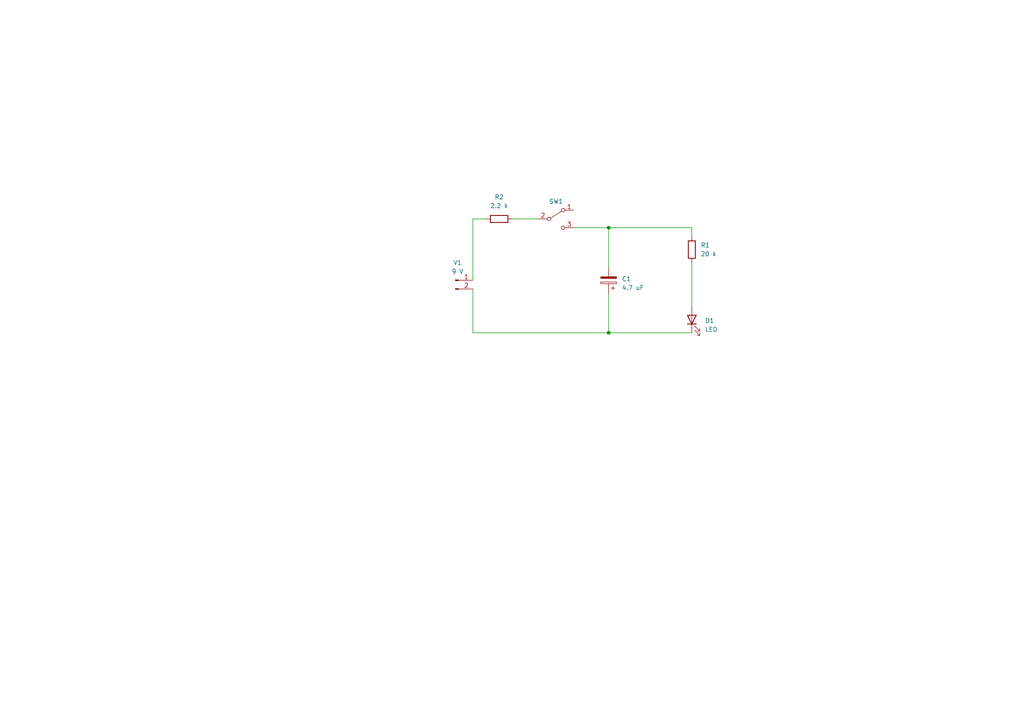
<source format=kicad_sch>
(kicad_sch (version 20211123) (generator eeschema)
  (paper "A4")
  (lib_symbols
    (symbol "Connector:Conn_01x02_Male" (pin_names (offset 1.016) hide)
      (property "Reference" "J" (at 0 2.54 0))
      (property "Value" "Conn_01x02_Male" (at 0 -5.08 0))
      (symbol "Conn_01x02_Male_1_1"
        (polyline (pts (xy 1.27 -2.54) (xy 0.8636 -2.54)) (stroke (width 0.1524)))
        (polyline (pts (xy 1.27 0) (xy 0.8636 0)) (stroke (width 0.1524)))
        (rectangle (start 0.8636 -2.413) (end 0 -2.667) (stroke (width 0.1524)) (fill (type outline)))
        (rectangle (start 0.8636 0.127) (end 0 -0.127) (stroke (width 0.1524)) (fill (type outline)))
        (pin passive line (at 5.08 0 180) (length 3.81) (name "Pin_1") (number "1"))
        (pin passive line (at 5.08 -2.54 180) (length 3.81) (name "Pin_2") (number "2"))
      )
    )
    (symbol "Device:C_Polarized" (pin_numbers hide) (pin_names (offset 0.254))
      (property "Reference" "C" (at 0.635 2.54 0))
      (property "Value" "C_Polarized" (at 0.635 -2.54 0))
      (symbol "C_Polarized_0_1"
        (rectangle (start -2.286 0.508) (end 2.286 1.016))
        (polyline (pts (xy -1.778 2.286) (xy -0.762 2.286)))
        (polyline (pts (xy -1.27 2.794) (xy -1.27 1.778)))
        (rectangle (start 2.286 -0.508) (end -2.286 -1.016) (fill (type outline)))
      )
      (symbol "C_Polarized_1_1"
        (pin passive line (at 0 3.81 270) (length 2.794) (name "~") (number "1"))
        (pin passive line (at 0 -3.81 90) (length 2.794) (name "~") (number "2"))
      )
    )
    (symbol "Device:LED" (pin_numbers hide) (pin_names (offset 1.016) hide)
      (property "Reference" "D" (at 0 2.54 0))
      (property "Value" "LED" (at 0 -2.54 0))
      (symbol "LED_0_1"
        (polyline (pts (xy -1.27 -1.27) (xy -1.27 1.27)) (stroke (width 0.254)))
        (polyline (pts (xy -1.27 0) (xy 1.27 0)))
        (polyline (pts (xy 1.27 -1.27) (xy 1.27 1.27) (xy -1.27 0) (xy 1.27 -1.27)) (stroke (width 0.254)))
        (polyline (pts (xy -3.048 -0.762) (xy -4.572 -2.286) (xy -3.81 -2.286) (xy -4.572 -2.286) (xy -4.572 -1.524)))
        (polyline (pts (xy -1.778 -0.762) (xy -3.302 -2.286) (xy -2.54 -2.286) (xy -3.302 -2.286) (xy -3.302 -1.524)))
      )
      (symbol "LED_1_1"
        (pin passive line (at -3.81 0 0) (length 2.54) (name "K") (number "1"))
        (pin passive line (at 3.81 0 180) (length 2.54) (name "A") (number "2"))
      )
    )
    (symbol "Device:R" (pin_numbers hide) (pin_names (offset 0))
      (property "Reference" "R" (at 2.032 0 90))
      (property "Value" "R" (at 0 0 90))
      (symbol "R_0_1"
        (rectangle (start -1.016 -2.54) (end 1.016 2.54) (stroke (width 0.254)))
      )
      (symbol "R_1_1"
        (pin passive line (at 0 3.81 270) (length 1.27) (name "~") (number "1"))
        (pin passive line (at 0 -3.81 90) (length 1.27) (name "~") (number "2"))
      )
    )
    (symbol "Switch:SW_SPDT" (pin_names (offset 0) hide)
      (property "Reference" "SW" (at 0 4.318 0))
      (property "Value" "SW_SPDT" (at 0 -5.08 0))
      (symbol "SW_SPDT_0_0"
        (circle (center -2.032 0) (radius 0.508))
        (circle (center 2.032 -2.54) (radius 0.508))
      )
      (symbol "SW_SPDT_0_1"
        (polyline (pts (xy -1.524 0.254) (xy 1.651 2.286)))
        (circle (center 2.032 2.54) (radius 0.508))
      )
      (symbol "SW_SPDT_1_1"
        (pin passive line (at 5.08 2.54 180) (length 2.54) (name "A") (number "1"))
        (pin passive line (at -5.08 0 0) (length 2.54) (name "B") (number "2"))
        (pin passive line (at 5.08 -2.54 180) (length 2.54) (name "C") (number "3"))
      )
    )
  )
  (junction (at 176.53 96.52))
  (junction (at 176.53 66.04))
  (wire (pts (xy 200.66 66.04) (xy 176.53 66.04)))
  (wire (pts (xy 176.53 85.09) (xy 176.53 96.52)))
  (wire (pts (xy 148.59 63.5) (xy 156.21 63.5)))
  (wire (pts (xy 137.16 63.5) (xy 140.97 63.5)))
  (wire (pts (xy 137.16 81.28) (xy 137.16 63.5)))
  (wire (pts (xy 200.66 68.58) (xy 200.66 66.04)))
  (wire (pts (xy 176.53 96.52) (xy 137.16 96.52)))
  (wire (pts (xy 137.16 96.52) (xy 137.16 83.82)))
  (wire (pts (xy 200.66 96.52) (xy 176.53 96.52)))
  (wire (pts (xy 176.53 66.04) (xy 176.53 77.47)))
  (wire (pts (xy 200.66 76.2) (xy 200.66 88.9)))
  (wire (pts (xy 166.37 66.04) (xy 176.53 66.04)))
  (symbol (lib_id "Device:C_Polarized") (at 176.53 81.28 180) (unit 1)
    (property "Reference" "C1" (at 180.34 80.8989 0) (effects (justify right)))
    (property "Value" "4.7 uF" (at 180.34 83.4389 0) (effects (justify right)))
    (property "Footprint" "Capacitor_THT:C_Radial_D5.0mm_H5.0mm_P2.00mm" (effects hide))
  )
  (symbol (lib_id "Connector:Conn_01x02_Male") (at 132.08 81.28 0) (unit 1)
    (property "Reference" "V1" (at 132.715 76.2 0))
    (property "Value" "9 V" (at 132.715 78.74 0))
    (property "Footprint" "Connector_JST:JST_PH_B2B-PH-K_1x02_P2.00mm_Vertical" (effects hide))
  )
  (symbol (lib_id "Device:R") (at 200.66 72.39 180) (unit 1)
    (property "Reference" "R1" (at 203.2 71.1199 0) (effects (justify right)))
    (property "Value" "20 k" (at 203.2 73.6599 0) (effects (justify right)))
    (property "Footprint" "Resistor_THT:R_Axial_DIN0516_L15.5mm_D5.0mm_P20.32mm_Horizontal" (effects hide))
  )
  (symbol (lib_id "Device:R") (at 144.78 63.5 90) (unit 1)
    (property "Reference" "R2" (at 144.78 57.15 90))
    (property "Value" "2.2 k" (at 144.78 59.69 90))
    (property "Footprint" "Resistor_THT:R_Axial_DIN0516_L15.5mm_D5.0mm_P20.32mm_Horizontal" (effects hide))
  )
  (symbol (lib_id "Device:LED") (at 200.66 92.71 90) (unit 1)
    (property "Reference" "D1" (at 204.47 93.0274 90) (effects (justify right)))
    (property "Value" "LED" (at 204.47 95.5674 90) (effects (justify right)))
    (property "Footprint" "LED_THT:LED_D5.0mm" (effects hide))
  )
  (symbol (lib_id "Switch:SW_SPDT") (at 161.29 63.5 0) (unit 1)
    (property "Reference" "SW1" (at 161.29 58.42 0))
    (property "Value" "SW_SPDT" (effects hide))
    (property "Footprint" "Button_Switch_THT:SW_E-Switch_EG1224_SPDT_Angled" (effects hide))
  )
)
</source>
